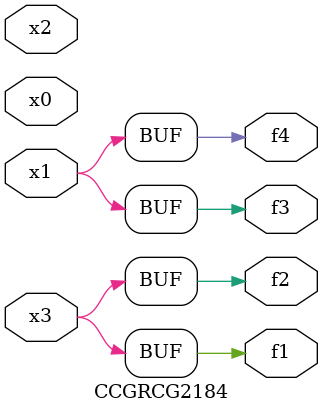
<source format=v>
module CCGRCG2184(
	input x0, x1, x2, x3,
	output f1, f2, f3, f4
);
	assign f1 = x3;
	assign f2 = x3;
	assign f3 = x1;
	assign f4 = x1;
endmodule

</source>
